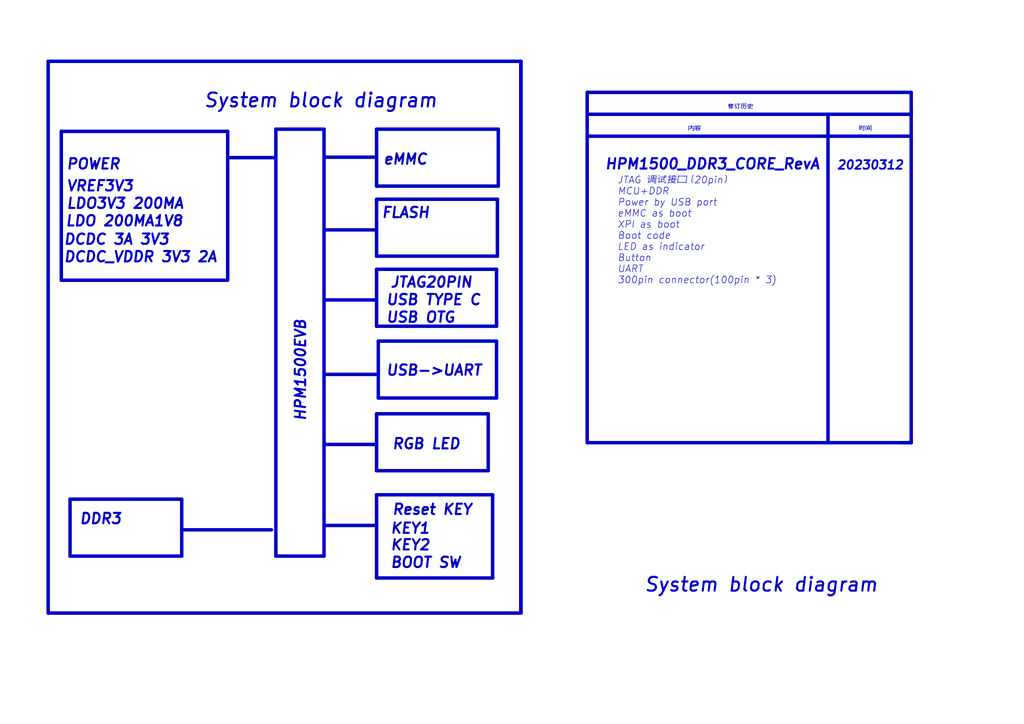
<source format=kicad_sch>
(kicad_sch (version 20230121) (generator eeschema)
  (paper "A4")
  (lib_symbols)
  (polyline (pts (xy 93.98 108.585) (xy 109.22 108.585)) (stroke (width 1)))
  (polyline (pts (xy 142.875 143.51) (xy 142.875 167.64)) (stroke (width 1) (type solid)))
  (polyline (pts (xy 144.526 53.975) (xy 109.22 53.975)) (stroke (width 1) (type solid)))
  (polyline (pts (xy 109.22 120.015) (xy 141.605 120.015)) (stroke (width 1) (type solid)))
  (polyline (pts (xy 52.705 144.78) (xy 52.705 161.29)) (stroke (width 1) (type solid)))
  (polyline (pts (xy 109.728 98.933) (xy 144.018 98.933)) (stroke (width 1) (type solid)))
  (polyline (pts (xy 109.728 98.933) (xy 109.728 115.443)) (stroke (width 1) (type solid)))
  (polyline (pts (xy 264.287 26.797) (xy 264.287 128.397)) (stroke (width 1) (type solid)))
  (polyline (pts (xy 109.22 120.015) (xy 109.22 136.525)) (stroke (width 1) (type solid)))
  (polyline (pts (xy 80.01 37.465) (xy 93.98 37.465)) (stroke (width 1) (type solid)))
  (polyline (pts (xy 109.22 57.785) (xy 144.272 57.785)) (stroke (width 1) (type solid)))
  (polyline (pts (xy 144.272 57.785) (xy 144.272 74.295)) (stroke (width 1) (type solid)))
  (polyline (pts (xy 170.307 39.497) (xy 264.287 39.497)) (stroke (width 1) (type solid)))
  (polyline (pts (xy 93.98 128.905) (xy 109.22 128.905)) (stroke (width 1)))
  (polyline (pts (xy 20.32 144.78) (xy 52.705 144.78)) (stroke (width 1) (type solid)))
  (polyline (pts (xy 264.287 33.147) (xy 264.287 31.877)) (stroke (width 1)))
  (polyline (pts (xy 144.018 115.443) (xy 109.728 115.443)) (stroke (width 1) (type solid)))
  (polyline (pts (xy 151.13 17.78) (xy 151.13 177.8)) (stroke (width 1) (type solid)))
  (polyline (pts (xy 109.22 78.105) (xy 144.018 78.105)) (stroke (width 1) (type solid)))
  (polyline (pts (xy 240.157 33.147) (xy 240.157 128.397)) (stroke (width 1) (type solid)))
  (polyline (pts (xy 109.22 57.785) (xy 109.22 74.295)) (stroke (width 1) (type solid)))
  (polyline (pts (xy 109.22 78.105) (xy 109.22 94.615)) (stroke (width 1) (type solid)))
  (polyline (pts (xy 264.287 128.397) (xy 170.307 128.397)) (stroke (width 1) (type solid)))
  (polyline (pts (xy 263.017 128.397) (xy 264.287 128.397)) (stroke (width 1)))
  (polyline (pts (xy 170.307 33.147) (xy 264.287 33.147)) (stroke (width 1) (type solid)))
  (polyline (pts (xy 144.018 78.105) (xy 144.018 94.615)) (stroke (width 1) (type solid)))
  (polyline (pts (xy 52.705 161.29) (xy 20.32 161.29)) (stroke (width 1) (type solid)))
  (polyline (pts (xy 93.98 66.675) (xy 109.22 66.675)) (stroke (width 1)))
  (polyline (pts (xy 13.97 17.78) (xy 13.97 177.8)) (stroke (width 1) (type solid)))
  (polyline (pts (xy 144.018 94.615) (xy 109.22 94.615)) (stroke (width 1) (type solid)))
  (polyline (pts (xy 109.22 37.465) (xy 109.22 53.975)) (stroke (width 1) (type solid)))
  (polyline (pts (xy 17.78 38.1) (xy 66.04 38.1)) (stroke (width 1) (type solid)))
  (polyline (pts (xy 170.307 26.797) (xy 170.307 128.397)) (stroke (width 1) (type solid)))
  (polyline (pts (xy 17.78 38.1) (xy 17.78 81.28)) (stroke (width 1) (type solid)))
  (polyline (pts (xy 142.875 167.64) (xy 109.22 167.64)) (stroke (width 1) (type solid)))
  (polyline (pts (xy 93.98 86.995) (xy 109.22 86.995)) (stroke (width 1)))
  (polyline (pts (xy 20.32 144.78) (xy 20.32 161.29)) (stroke (width 1) (type solid)))
  (polyline (pts (xy 66.04 81.28) (xy 17.78 81.28)) (stroke (width 1) (type solid)))
  (polyline (pts (xy 144.526 37.465) (xy 144.526 53.975)) (stroke (width 1) (type solid)))
  (polyline (pts (xy 170.307 26.797) (xy 264.287 26.797)) (stroke (width 1) (type solid)))
  (polyline (pts (xy 93.98 161.29) (xy 80.01 161.29)) (stroke (width 1) (type solid)))
  (polyline (pts (xy 144.018 98.933) (xy 144.018 115.443)) (stroke (width 1) (type solid)))
  (polyline (pts (xy 141.605 136.525) (xy 109.22 136.525)) (stroke (width 1) (type solid)))
  (polyline (pts (xy 80.01 37.465) (xy 80.01 161.29)) (stroke (width 1) (type solid)))
  (polyline (pts (xy 141.605 120.015) (xy 141.605 136.525)) (stroke (width 1) (type solid)))
  (polyline (pts (xy 109.22 37.465) (xy 144.526 37.465)) (stroke (width 1) (type solid)))
  (polyline (pts (xy 151.13 177.8) (xy 13.97 177.8)) (stroke (width 1) (type solid)))
  (polyline (pts (xy 53.34 153.67) (xy 78.74 153.67)) (stroke (width 1)))
  (polyline (pts (xy 93.98 37.465) (xy 93.98 161.29)) (stroke (width 1) (type solid)))
  (polyline (pts (xy 261.747 128.397) (xy 264.287 128.397)) (stroke (width 1)))
  (polyline (pts (xy 13.97 17.78) (xy 151.13 17.78)) (stroke (width 1) (type solid)))
  (polyline (pts (xy 93.98 152.4) (xy 109.22 152.4)) (stroke (width 1)))
  (polyline (pts (xy 109.22 143.51) (xy 109.22 167.64)) (stroke (width 1) (type solid)))
  (polyline (pts (xy 144.272 74.295) (xy 109.22 74.295)) (stroke (width 1) (type solid)))
  (polyline (pts (xy 66.04 38.1) (xy 66.04 81.28)) (stroke (width 1) (type solid)))
  (polyline (pts (xy 66.04 45.72) (xy 80.01 45.72)) (stroke (width 1)))
  (polyline (pts (xy 109.22 143.51) (xy 142.875 143.51)) (stroke (width 1) (type solid)))
  (polyline (pts (xy 94.488 45.593) (xy 108.458 45.593)) (stroke (width 1)))
  (text "HPM1500_DDR3_CORE_RevA" (at 175.26 49.53 0) (effects (font (size 3 3) (thickness 0.6) bold italic) (justify left bottom)))
  (text "HPM1500EVB" (at 88.9 122.555 90) (effects (font (size 3 3) (thickness 0.6) bold italic) (justify left bottom)))
  (text "时间" (at 249.047 38.227 0) (effects (font (size 1.27 1.27)) (justify left bottom)))
  (text "DCDC 3A 3V3" (at 18.288 71.374 0) (effects (font (size 3 3) (thickness 0.6) bold italic) (justify left bottom)))
  (text "LDO3V3 200MA" (at 19.05 60.96 0) (effects (font (size 3 3) (thickness 0.6) bold italic) (justify left bottom)))
  (text "USB->UART" (at 111.76 109.347 0) (effects (font (size 3 3) (thickness 0.6) bold italic) (justify left bottom)))
  (text "内容" (at 199.517 38.227 0) (effects (font (size 1.27 1.27)) (justify left bottom)))
  (text "USB OTG\n" (at 111.76 93.98 0) (effects (font (size 3 3) (thickness 0.6) bold italic) (justify left bottom)))
  (text "DDR3" (at 22.86 152.4 0) (effects (font (size 3 3) (thickness 0.6) bold italic) (justify left bottom)))
  (text "POWER" (at 19.05 49.53 0) (effects (font (size 3 3) (thickness 0.6) bold italic) (justify left bottom)))
  (text "FLASH\n" (at 110.49 63.627 0) (effects (font (size 3 3) (thickness 0.6) bold italic) (justify left bottom)))
  (text "KEY1\nKEY2" (at 113.03 160.02 0) (effects (font (size 3 3) (thickness 0.6) bold italic) (justify left bottom)))
  (text "System block diagram" (at 58.928 31.623 0) (effects (font (size 4 4) (thickness 0.6) bold italic) (justify left bottom)))
  (text "JTAG 调试接口（20pin）\nMCU+DDR\nPower by USB port\neMMC as boot\nXPI as boot\nBoot code\nLED as indicator\nButton\nUART\n300pin connector(100pin * 3)\n" (at 179.07 82.55 0) (effects (font (size 2 2) italic) (justify left bottom)))
  (text "USB TYPE C\n" (at 111.76 88.9 0) (effects (font (size 3 3) (thickness 0.6) bold italic) (justify left bottom)))
  (text "RGB LED" (at 113.538 130.683 0) (effects (font (size 3 3) (thickness 0.6) bold italic) (justify left bottom)))
  (text "LDO 200MA1V8" (at 18.796 66.04 0) (effects (font (size 3 3) (thickness 0.6) bold italic) (justify left bottom)))
  (text "20230312" (at 242.57 49.53 0) (effects (font (size 2.5 2.5) (thickness 0.5) bold italic) (justify left bottom)))
  (text "JTAG20PIN\n" (at 113.03 83.82 0) (effects (font (size 3 3) (thickness 0.6) bold italic) (justify left bottom)))
  (text "DCDC_VDDR 3V3 2A" (at 18.288 76.454 0) (effects (font (size 3 3) (thickness 0.6) bold italic) (justify left bottom)))
  (text "BOOT SW\n" (at 113.03 165.1 0) (effects (font (size 3 3) (thickness 0.6) bold italic) (justify left bottom)))
  (text "修订历史\n" (at 210.947 31.877 0) (effects (font (size 1.27 1.27)) (justify left bottom)))
  (text "System block diagram" (at 186.69 172.085 0) (effects (font (size 4 4) (thickness 0.6) bold italic) (justify left bottom)))
  (text "VREF3V3" (at 19.05 55.88 0) (effects (font (size 3 3) (thickness 0.6) bold italic) (justify left bottom)))
  (text "eMMC" (at 110.998 48.133 0) (effects (font (size 3 3) (thickness 0.6) bold italic) (justify left bottom)))
  (text "Reset KEY\n" (at 113.538 149.733 0) (effects (font (size 3 3) (thickness 0.6) bold italic) (justify left bottom)))
  (sheet (at 13.97 17.78) (size 136.652 160.401) (stroke (width 0.1524))
    (property "Sheetname" "Main" (effects hide))
    (property "Sheetfile" "Main.kicad_sch" (effects hide))
  )
)
</source>
